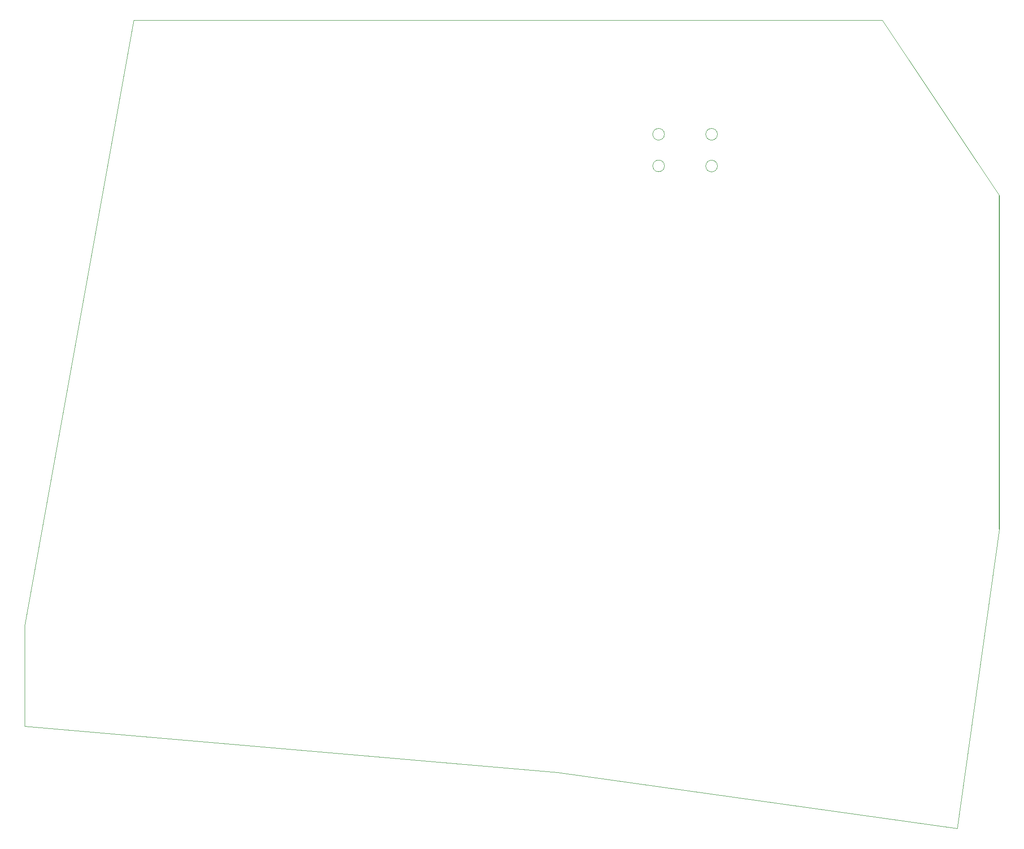
<source format=gm1>
%TF.GenerationSoftware,KiCad,Pcbnew,(6.0.5-0)*%
%TF.CreationDate,2023-01-19T18:27:40-08:00*%
%TF.ProjectId,ergodonk_pcb,6572676f-646f-46e6-9b5f-7063622e6b69,rev?*%
%TF.SameCoordinates,Original*%
%TF.FileFunction,Profile,NP*%
%FSLAX46Y46*%
G04 Gerber Fmt 4.6, Leading zero omitted, Abs format (unit mm)*
G04 Created by KiCad (PCBNEW (6.0.5-0)) date 2023-01-19 18:27:40*
%MOMM*%
%LPD*%
G01*
G04 APERTURE LIST*
%TA.AperFunction,Profile*%
%ADD10C,0.100000*%
%TD*%
%TA.AperFunction,Profile*%
%ADD11C,0.150000*%
%TD*%
%TA.AperFunction,Profile*%
%ADD12C,0.120000*%
%TD*%
G04 APERTURE END LIST*
D10*
X195070000Y-178040000D02*
X203020000Y-121450000D01*
X19050000Y-158700000D02*
X119630000Y-167430000D01*
X19050000Y-139700000D02*
X19050000Y-158623000D01*
X19050000Y-139650000D02*
X39620000Y-25400000D01*
X19050000Y-158623000D02*
X19050000Y-158700000D01*
X39620000Y-25400000D02*
X180975000Y-25400000D01*
X19050000Y-139700000D02*
X19050000Y-139650000D01*
D11*
X203020000Y-58450000D02*
X203020000Y-121450000D01*
D10*
X119630000Y-167430000D02*
X195070000Y-178040000D01*
X203020000Y-58450000D02*
X180975000Y-25400000D01*
D12*
%TO.C,U1*%
X139817000Y-46911000D02*
G75*
G03*
X139817000Y-46911000I-1100000J0D01*
G01*
X149817000Y-46911000D02*
G75*
G03*
X149817000Y-46911000I-1100000J0D01*
G01*
X139817000Y-52886000D02*
G75*
G03*
X139817000Y-52886000I-1100000J0D01*
G01*
X149817000Y-52911000D02*
G75*
G03*
X149817000Y-52911000I-1100000J0D01*
G01*
%TD*%
M02*

</source>
